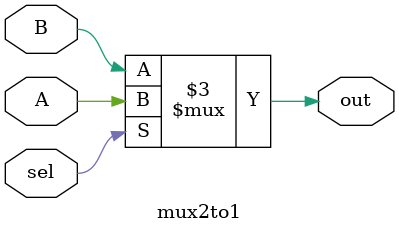
<source format=v>
`timescale 1ns / 1ps
module mux2to1(sel, A, B, out);
	input sel, A, B;
	output reg out;
	
	always @ (*) begin
	if(sel)
		out = A;
	else 
		out = B;
	end
endmodule

</source>
